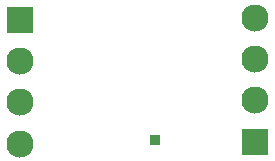
<source format=gbr>
%TF.GenerationSoftware,KiCad,Pcbnew,(6.0.11)*%
%TF.CreationDate,2023-02-13T21:24:02+05:30*%
%TF.ProjectId,charg,63686172-672e-46b6-9963-61645f706362,rev?*%
%TF.SameCoordinates,Original*%
%TF.FileFunction,Soldermask,Bot*%
%TF.FilePolarity,Negative*%
%FSLAX46Y46*%
G04 Gerber Fmt 4.6, Leading zero omitted, Abs format (unit mm)*
G04 Created by KiCad (PCBNEW (6.0.11)) date 2023-02-13 21:24:02*
%MOMM*%
%LPD*%
G01*
G04 APERTURE LIST*
%ADD10R,2.300000X2.300000*%
%ADD11C,2.300000*%
%ADD12R,0.850000X0.850000*%
G04 APERTURE END LIST*
D10*
%TO.C,J1*%
X138430000Y-54610000D03*
D11*
X138430000Y-58110000D03*
X138430000Y-61610000D03*
X138430000Y-65110000D03*
%TD*%
D10*
%TO.C,J2*%
X158300000Y-64940000D03*
D11*
X158300000Y-61440000D03*
X158300000Y-57940000D03*
X158300000Y-54440000D03*
%TD*%
D12*
%TO.C,J4*%
X149860000Y-64770000D03*
%TD*%
M02*

</source>
